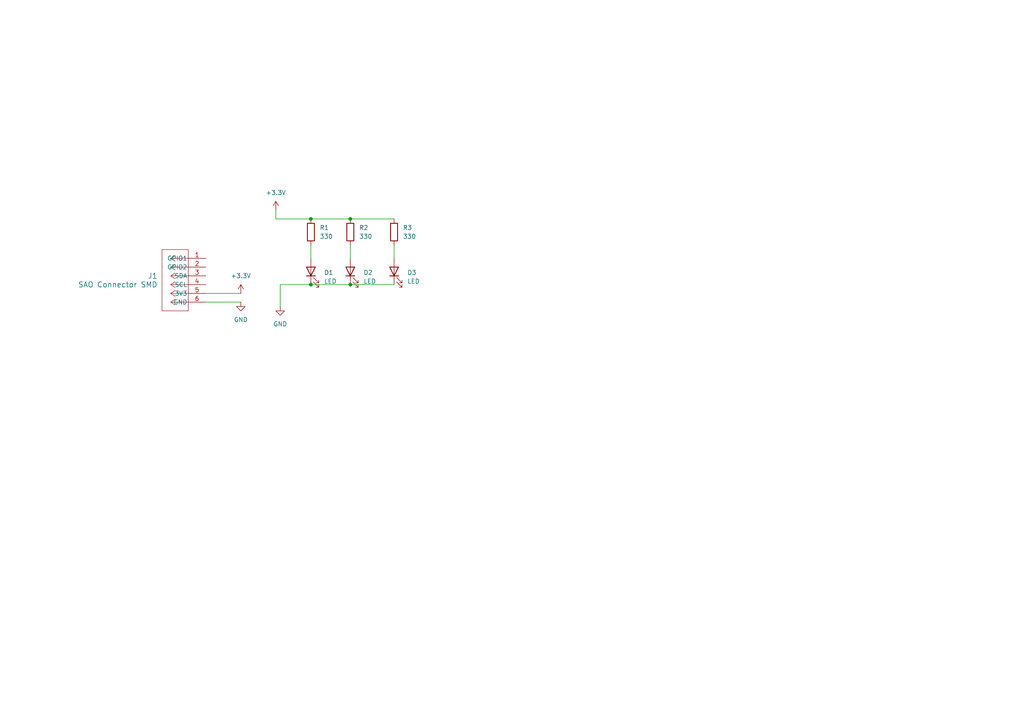
<source format=kicad_sch>
(kicad_sch
	(version 20231120)
	(generator "eeschema")
	(generator_version "8.0")
	(uuid "d5f2a1aa-578a-4ad8-9c0e-4bf4fc341cac")
	(paper "A4")
	(lib_symbols
		(symbol "Device:LED"
			(pin_numbers hide)
			(pin_names
				(offset 1.016) hide)
			(exclude_from_sim no)
			(in_bom yes)
			(on_board yes)
			(property "Reference" "D"
				(at 0 2.54 0)
				(effects
					(font
						(size 1.27 1.27)
					)
				)
			)
			(property "Value" "LED"
				(at 0 -2.54 0)
				(effects
					(font
						(size 1.27 1.27)
					)
				)
			)
			(property "Footprint" ""
				(at 0 0 0)
				(effects
					(font
						(size 1.27 1.27)
					)
					(hide yes)
				)
			)
			(property "Datasheet" "~"
				(at 0 0 0)
				(effects
					(font
						(size 1.27 1.27)
					)
					(hide yes)
				)
			)
			(property "Description" "Light emitting diode"
				(at 0 0 0)
				(effects
					(font
						(size 1.27 1.27)
					)
					(hide yes)
				)
			)
			(property "ki_keywords" "LED diode"
				(at 0 0 0)
				(effects
					(font
						(size 1.27 1.27)
					)
					(hide yes)
				)
			)
			(property "ki_fp_filters" "LED* LED_SMD:* LED_THT:*"
				(at 0 0 0)
				(effects
					(font
						(size 1.27 1.27)
					)
					(hide yes)
				)
			)
			(symbol "LED_0_1"
				(polyline
					(pts
						(xy -1.27 -1.27) (xy -1.27 1.27)
					)
					(stroke
						(width 0.254)
						(type default)
					)
					(fill
						(type none)
					)
				)
				(polyline
					(pts
						(xy -1.27 0) (xy 1.27 0)
					)
					(stroke
						(width 0)
						(type default)
					)
					(fill
						(type none)
					)
				)
				(polyline
					(pts
						(xy 1.27 -1.27) (xy 1.27 1.27) (xy -1.27 0) (xy 1.27 -1.27)
					)
					(stroke
						(width 0.254)
						(type default)
					)
					(fill
						(type none)
					)
				)
				(polyline
					(pts
						(xy -3.048 -0.762) (xy -4.572 -2.286) (xy -3.81 -2.286) (xy -4.572 -2.286) (xy -4.572 -1.524)
					)
					(stroke
						(width 0)
						(type default)
					)
					(fill
						(type none)
					)
				)
				(polyline
					(pts
						(xy -1.778 -0.762) (xy -3.302 -2.286) (xy -2.54 -2.286) (xy -3.302 -2.286) (xy -3.302 -1.524)
					)
					(stroke
						(width 0)
						(type default)
					)
					(fill
						(type none)
					)
				)
			)
			(symbol "LED_1_1"
				(pin passive line
					(at -3.81 0 0)
					(length 2.54)
					(name "K"
						(effects
							(font
								(size 1.27 1.27)
							)
						)
					)
					(number "1"
						(effects
							(font
								(size 1.27 1.27)
							)
						)
					)
				)
				(pin passive line
					(at 3.81 0 180)
					(length 2.54)
					(name "A"
						(effects
							(font
								(size 1.27 1.27)
							)
						)
					)
					(number "2"
						(effects
							(font
								(size 1.27 1.27)
							)
						)
					)
				)
			)
		)
		(symbol "Device:R"
			(pin_numbers hide)
			(pin_names
				(offset 0)
			)
			(exclude_from_sim no)
			(in_bom yes)
			(on_board yes)
			(property "Reference" "R"
				(at 2.032 0 90)
				(effects
					(font
						(size 1.27 1.27)
					)
				)
			)
			(property "Value" "R"
				(at 0 0 90)
				(effects
					(font
						(size 1.27 1.27)
					)
				)
			)
			(property "Footprint" ""
				(at -1.778 0 90)
				(effects
					(font
						(size 1.27 1.27)
					)
					(hide yes)
				)
			)
			(property "Datasheet" "~"
				(at 0 0 0)
				(effects
					(font
						(size 1.27 1.27)
					)
					(hide yes)
				)
			)
			(property "Description" "Resistor"
				(at 0 0 0)
				(effects
					(font
						(size 1.27 1.27)
					)
					(hide yes)
				)
			)
			(property "ki_keywords" "R res resistor"
				(at 0 0 0)
				(effects
					(font
						(size 1.27 1.27)
					)
					(hide yes)
				)
			)
			(property "ki_fp_filters" "R_*"
				(at 0 0 0)
				(effects
					(font
						(size 1.27 1.27)
					)
					(hide yes)
				)
			)
			(symbol "R_0_1"
				(rectangle
					(start -1.016 -2.54)
					(end 1.016 2.54)
					(stroke
						(width 0.254)
						(type default)
					)
					(fill
						(type none)
					)
				)
			)
			(symbol "R_1_1"
				(pin passive line
					(at 0 3.81 270)
					(length 1.27)
					(name "~"
						(effects
							(font
								(size 1.27 1.27)
							)
						)
					)
					(number "1"
						(effects
							(font
								(size 1.27 1.27)
							)
						)
					)
				)
				(pin passive line
					(at 0 -3.81 90)
					(length 1.27)
					(name "~"
						(effects
							(font
								(size 1.27 1.27)
							)
						)
					)
					(number "2"
						(effects
							(font
								(size 1.27 1.27)
							)
						)
					)
				)
			)
		)
		(symbol "SAO Connector SMD:SAO Connector SMD"
			(pin_names
				(offset 0.254)
			)
			(exclude_from_sim no)
			(in_bom yes)
			(on_board yes)
			(property "Reference" "J"
				(at 8.89 6.35 0)
				(effects
					(font
						(size 1.524 1.524)
					)
				)
			)
			(property "Value" "SAO Connector SMD"
				(at 0 0 0)
				(effects
					(font
						(size 1.524 1.524)
					)
				)
			)
			(property "Footprint" "components:SAO Connector SMD"
				(at 0 0 0)
				(effects
					(font
						(size 1.27 1.27)
						(italic yes)
					)
					(hide yes)
				)
			)
			(property "Datasheet" "M20-8760342"
				(at 0 0 0)
				(effects
					(font
						(size 1.27 1.27)
						(italic yes)
					)
					(hide yes)
				)
			)
			(property "Description" ""
				(at 0 0 0)
				(effects
					(font
						(size 1.27 1.27)
					)
					(hide yes)
				)
			)
			(property "ki_keywords" "M20-8760342"
				(at 0 0 0)
				(effects
					(font
						(size 1.27 1.27)
					)
					(hide yes)
				)
			)
			(property "ki_fp_filters" "CONN6_M20-8760342_HRW"
				(at 0 0 0)
				(effects
					(font
						(size 1.27 1.27)
					)
					(hide yes)
				)
			)
			(symbol "SAO Connector SMD_1_1"
				(polyline
					(pts
						(xy 5.08 -15.24) (xy 12.7 -15.24)
					)
					(stroke
						(width 0.127)
						(type default)
					)
					(fill
						(type none)
					)
				)
				(polyline
					(pts
						(xy 5.08 2.54) (xy 5.08 -15.24)
					)
					(stroke
						(width 0.127)
						(type default)
					)
					(fill
						(type none)
					)
				)
				(polyline
					(pts
						(xy 10.16 -12.7) (xy 5.08 -12.7)
					)
					(stroke
						(width 0.127)
						(type default)
					)
					(fill
						(type none)
					)
				)
				(polyline
					(pts
						(xy 10.16 -12.7) (xy 8.89 -13.5467)
					)
					(stroke
						(width 0.127)
						(type default)
					)
					(fill
						(type none)
					)
				)
				(polyline
					(pts
						(xy 10.16 -12.7) (xy 8.89 -11.8533)
					)
					(stroke
						(width 0.127)
						(type default)
					)
					(fill
						(type none)
					)
				)
				(polyline
					(pts
						(xy 10.16 -10.16) (xy 5.08 -10.16)
					)
					(stroke
						(width 0.127)
						(type default)
					)
					(fill
						(type none)
					)
				)
				(polyline
					(pts
						(xy 10.16 -10.16) (xy 8.89 -11.0067)
					)
					(stroke
						(width 0.127)
						(type default)
					)
					(fill
						(type none)
					)
				)
				(polyline
					(pts
						(xy 10.16 -10.16) (xy 8.89 -9.3133)
					)
					(stroke
						(width 0.127)
						(type default)
					)
					(fill
						(type none)
					)
				)
				(polyline
					(pts
						(xy 10.16 -7.62) (xy 5.08 -7.62)
					)
					(stroke
						(width 0.127)
						(type default)
					)
					(fill
						(type none)
					)
				)
				(polyline
					(pts
						(xy 10.16 -7.62) (xy 8.89 -8.4667)
					)
					(stroke
						(width 0.127)
						(type default)
					)
					(fill
						(type none)
					)
				)
				(polyline
					(pts
						(xy 10.16 -7.62) (xy 8.89 -6.7733)
					)
					(stroke
						(width 0.127)
						(type default)
					)
					(fill
						(type none)
					)
				)
				(polyline
					(pts
						(xy 10.16 -5.08) (xy 5.08 -5.08)
					)
					(stroke
						(width 0.127)
						(type default)
					)
					(fill
						(type none)
					)
				)
				(polyline
					(pts
						(xy 10.16 -5.08) (xy 8.89 -5.9267)
					)
					(stroke
						(width 0.127)
						(type default)
					)
					(fill
						(type none)
					)
				)
				(polyline
					(pts
						(xy 10.16 -5.08) (xy 8.89 -4.2333)
					)
					(stroke
						(width 0.127)
						(type default)
					)
					(fill
						(type none)
					)
				)
				(polyline
					(pts
						(xy 10.16 -2.54) (xy 5.08 -2.54)
					)
					(stroke
						(width 0.127)
						(type default)
					)
					(fill
						(type none)
					)
				)
				(polyline
					(pts
						(xy 10.16 -2.54) (xy 8.89 -3.3867)
					)
					(stroke
						(width 0.127)
						(type default)
					)
					(fill
						(type none)
					)
				)
				(polyline
					(pts
						(xy 10.16 -2.54) (xy 8.89 -1.6933)
					)
					(stroke
						(width 0.127)
						(type default)
					)
					(fill
						(type none)
					)
				)
				(polyline
					(pts
						(xy 10.16 0) (xy 5.08 0)
					)
					(stroke
						(width 0.127)
						(type default)
					)
					(fill
						(type none)
					)
				)
				(polyline
					(pts
						(xy 10.16 0) (xy 8.89 -0.8467)
					)
					(stroke
						(width 0.127)
						(type default)
					)
					(fill
						(type none)
					)
				)
				(polyline
					(pts
						(xy 10.16 0) (xy 8.89 0.8467)
					)
					(stroke
						(width 0.127)
						(type default)
					)
					(fill
						(type none)
					)
				)
				(polyline
					(pts
						(xy 12.7 -15.24) (xy 12.7 2.54)
					)
					(stroke
						(width 0.127)
						(type default)
					)
					(fill
						(type none)
					)
				)
				(polyline
					(pts
						(xy 12.7 2.54) (xy 5.08 2.54)
					)
					(stroke
						(width 0.127)
						(type default)
					)
					(fill
						(type none)
					)
				)
				(pin unspecified line
					(at 0 0 0)
					(length 5.08)
					(name "GPIO1"
						(effects
							(font
								(size 1.27 1.27)
							)
						)
					)
					(number "1"
						(effects
							(font
								(size 1.27 1.27)
							)
						)
					)
				)
				(pin unspecified line
					(at 0 -2.54 0)
					(length 5.08)
					(name "GPIO2"
						(effects
							(font
								(size 1.27 1.27)
							)
						)
					)
					(number "2"
						(effects
							(font
								(size 1.27 1.27)
							)
						)
					)
				)
				(pin unspecified line
					(at 0 -5.08 0)
					(length 5.08)
					(name "SDA"
						(effects
							(font
								(size 1.27 1.27)
							)
						)
					)
					(number "3"
						(effects
							(font
								(size 1.27 1.27)
							)
						)
					)
				)
				(pin unspecified line
					(at 0 -7.62 0)
					(length 5.08)
					(name "SCL"
						(effects
							(font
								(size 1.27 1.27)
							)
						)
					)
					(number "4"
						(effects
							(font
								(size 1.27 1.27)
							)
						)
					)
				)
				(pin unspecified line
					(at 0 -10.16 0)
					(length 5.08)
					(name "3V3"
						(effects
							(font
								(size 1.27 1.27)
							)
						)
					)
					(number "5"
						(effects
							(font
								(size 1.27 1.27)
							)
						)
					)
				)
				(pin unspecified line
					(at 0 -12.7 0)
					(length 5.08)
					(name "GND"
						(effects
							(font
								(size 1.27 1.27)
							)
						)
					)
					(number "6"
						(effects
							(font
								(size 1.27 1.27)
							)
						)
					)
				)
			)
			(symbol "SAO Connector SMD_1_2"
				(polyline
					(pts
						(xy 5.08 -15.24) (xy 12.7 -15.24)
					)
					(stroke
						(width 0.127)
						(type default)
					)
					(fill
						(type none)
					)
				)
				(polyline
					(pts
						(xy 5.08 2.54) (xy 5.08 -15.24)
					)
					(stroke
						(width 0.127)
						(type default)
					)
					(fill
						(type none)
					)
				)
				(polyline
					(pts
						(xy 7.62 -12.7) (xy 5.08 -12.7)
					)
					(stroke
						(width 0.127)
						(type default)
					)
					(fill
						(type none)
					)
				)
				(polyline
					(pts
						(xy 7.62 -12.7) (xy 8.89 -13.5467)
					)
					(stroke
						(width 0.127)
						(type default)
					)
					(fill
						(type none)
					)
				)
				(polyline
					(pts
						(xy 7.62 -12.7) (xy 8.89 -11.8533)
					)
					(stroke
						(width 0.127)
						(type default)
					)
					(fill
						(type none)
					)
				)
				(polyline
					(pts
						(xy 7.62 -10.16) (xy 5.08 -10.16)
					)
					(stroke
						(width 0.127)
						(type default)
					)
					(fill
						(type none)
					)
				)
				(polyline
					(pts
						(xy 7.62 -10.16) (xy 8.89 -11.0067)
					)
					(stroke
						(width 0.127)
						(type default)
					)
					(fill
						(type none)
					)
				)
				(polyline
					(pts
						(xy 7.62 -10.16) (xy 8.89 -9.3133)
					)
					(stroke
						(width 0.127)
						(type default)
					)
					(fill
						(type none)
					)
				)
				(polyline
					(pts
						(xy 7.62 -7.62) (xy 5.08 -7.62)
					)
					(stroke
						(width 0.127)
						(type default)
					)
					(fill
						(type none)
					)
				)
				(polyline
					(pts
						(xy 7.62 -7.62) (xy 8.89 -8.4667)
					)
					(stroke
						(width 0.127)
						(type default)
					)
					(fill
						(type none)
					)
				)
				(polyline
					(pts
						(xy 7.62 -7.62) (xy 8.89 -6.7733)
					)
					(stroke
						(width 0.127)
						(type default)
					)
					(fill
						(type none)
					)
				)
				(polyline
					(pts
						(xy 7.62 -5.08) (xy 5.08 -5.08)
					)
					(stroke
						(width 0.127)
						(type default)
					)
					(fill
						(type none)
					)
				)
				(polyline
					(pts
						(xy 7.62 -5.08) (xy 8.89 -5.9267)
					)
					(stroke
						(width 0.127)
						(type default)
					)
					(fill
						(type none)
					)
				)
				(polyline
					(pts
						(xy 7.62 -5.08) (xy 8.89 -4.2333)
					)
					(stroke
						(width 0.127)
						(type default)
					)
					(fill
						(type none)
					)
				)
				(polyline
					(pts
						(xy 7.62 -2.54) (xy 5.08 -2.54)
					)
					(stroke
						(width 0.127)
						(type default)
					)
					(fill
						(type none)
					)
				)
				(polyline
					(pts
						(xy 7.62 -2.54) (xy 8.89 -3.3867)
					)
					(stroke
						(width 0.127)
						(type default)
					)
					(fill
						(type none)
					)
				)
				(polyline
					(pts
						(xy 7.62 -2.54) (xy 8.89 -1.6933)
					)
					(stroke
						(width 0.127)
						(type default)
					)
					(fill
						(type none)
					)
				)
				(polyline
					(pts
						(xy 7.62 0) (xy 5.08 0)
					)
					(stroke
						(width 0.127)
						(type default)
					)
					(fill
						(type none)
					)
				)
				(polyline
					(pts
						(xy 7.62 0) (xy 8.89 -0.8467)
					)
					(stroke
						(width 0.127)
						(type default)
					)
					(fill
						(type none)
					)
				)
				(polyline
					(pts
						(xy 7.62 0) (xy 8.89 0.8467)
					)
					(stroke
						(width 0.127)
						(type default)
					)
					(fill
						(type none)
					)
				)
				(polyline
					(pts
						(xy 12.7 -15.24) (xy 12.7 2.54)
					)
					(stroke
						(width 0.127)
						(type default)
					)
					(fill
						(type none)
					)
				)
				(polyline
					(pts
						(xy 12.7 2.54) (xy 5.08 2.54)
					)
					(stroke
						(width 0.127)
						(type default)
					)
					(fill
						(type none)
					)
				)
				(pin unspecified line
					(at 0 0 0)
					(length 5.08)
					(name "1"
						(effects
							(font
								(size 1.27 1.27)
							)
						)
					)
					(number "1"
						(effects
							(font
								(size 1.27 1.27)
							)
						)
					)
				)
				(pin unspecified line
					(at 0 -2.54 0)
					(length 5.08)
					(name "2"
						(effects
							(font
								(size 1.27 1.27)
							)
						)
					)
					(number "2"
						(effects
							(font
								(size 1.27 1.27)
							)
						)
					)
				)
				(pin unspecified line
					(at 0 -5.08 0)
					(length 5.08)
					(name "3"
						(effects
							(font
								(size 1.27 1.27)
							)
						)
					)
					(number "3"
						(effects
							(font
								(size 1.27 1.27)
							)
						)
					)
				)
				(pin unspecified line
					(at 0 -7.62 0)
					(length 5.08)
					(name "4"
						(effects
							(font
								(size 1.27 1.27)
							)
						)
					)
					(number "4"
						(effects
							(font
								(size 1.27 1.27)
							)
						)
					)
				)
				(pin unspecified line
					(at 0 -10.16 0)
					(length 5.08)
					(name "5"
						(effects
							(font
								(size 1.27 1.27)
							)
						)
					)
					(number "5"
						(effects
							(font
								(size 1.27 1.27)
							)
						)
					)
				)
				(pin unspecified line
					(at 0 -12.7 0)
					(length 5.08)
					(name "6"
						(effects
							(font
								(size 1.27 1.27)
							)
						)
					)
					(number "6"
						(effects
							(font
								(size 1.27 1.27)
							)
						)
					)
				)
			)
		)
		(symbol "power:+3.3V"
			(power)
			(pin_numbers hide)
			(pin_names
				(offset 0) hide)
			(exclude_from_sim no)
			(in_bom yes)
			(on_board yes)
			(property "Reference" "#PWR"
				(at 0 -3.81 0)
				(effects
					(font
						(size 1.27 1.27)
					)
					(hide yes)
				)
			)
			(property "Value" "+3.3V"
				(at 0 3.556 0)
				(effects
					(font
						(size 1.27 1.27)
					)
				)
			)
			(property "Footprint" ""
				(at 0 0 0)
				(effects
					(font
						(size 1.27 1.27)
					)
					(hide yes)
				)
			)
			(property "Datasheet" ""
				(at 0 0 0)
				(effects
					(font
						(size 1.27 1.27)
					)
					(hide yes)
				)
			)
			(property "Description" "Power symbol creates a global label with name \"+3.3V\""
				(at 0 0 0)
				(effects
					(font
						(size 1.27 1.27)
					)
					(hide yes)
				)
			)
			(property "ki_keywords" "global power"
				(at 0 0 0)
				(effects
					(font
						(size 1.27 1.27)
					)
					(hide yes)
				)
			)
			(symbol "+3.3V_0_1"
				(polyline
					(pts
						(xy -0.762 1.27) (xy 0 2.54)
					)
					(stroke
						(width 0)
						(type default)
					)
					(fill
						(type none)
					)
				)
				(polyline
					(pts
						(xy 0 0) (xy 0 2.54)
					)
					(stroke
						(width 0)
						(type default)
					)
					(fill
						(type none)
					)
				)
				(polyline
					(pts
						(xy 0 2.54) (xy 0.762 1.27)
					)
					(stroke
						(width 0)
						(type default)
					)
					(fill
						(type none)
					)
				)
			)
			(symbol "+3.3V_1_1"
				(pin power_in line
					(at 0 0 90)
					(length 0)
					(name "~"
						(effects
							(font
								(size 1.27 1.27)
							)
						)
					)
					(number "1"
						(effects
							(font
								(size 1.27 1.27)
							)
						)
					)
				)
			)
		)
		(symbol "power:GND"
			(power)
			(pin_numbers hide)
			(pin_names
				(offset 0) hide)
			(exclude_from_sim no)
			(in_bom yes)
			(on_board yes)
			(property "Reference" "#PWR"
				(at 0 -6.35 0)
				(effects
					(font
						(size 1.27 1.27)
					)
					(hide yes)
				)
			)
			(property "Value" "GND"
				(at 0 -3.81 0)
				(effects
					(font
						(size 1.27 1.27)
					)
				)
			)
			(property "Footprint" ""
				(at 0 0 0)
				(effects
					(font
						(size 1.27 1.27)
					)
					(hide yes)
				)
			)
			(property "Datasheet" ""
				(at 0 0 0)
				(effects
					(font
						(size 1.27 1.27)
					)
					(hide yes)
				)
			)
			(property "Description" "Power symbol creates a global label with name \"GND\" , ground"
				(at 0 0 0)
				(effects
					(font
						(size 1.27 1.27)
					)
					(hide yes)
				)
			)
			(property "ki_keywords" "global power"
				(at 0 0 0)
				(effects
					(font
						(size 1.27 1.27)
					)
					(hide yes)
				)
			)
			(symbol "GND_0_1"
				(polyline
					(pts
						(xy 0 0) (xy 0 -1.27) (xy 1.27 -1.27) (xy 0 -2.54) (xy -1.27 -1.27) (xy 0 -1.27)
					)
					(stroke
						(width 0)
						(type default)
					)
					(fill
						(type none)
					)
				)
			)
			(symbol "GND_1_1"
				(pin power_in line
					(at 0 0 270)
					(length 0)
					(name "~"
						(effects
							(font
								(size 1.27 1.27)
							)
						)
					)
					(number "1"
						(effects
							(font
								(size 1.27 1.27)
							)
						)
					)
				)
			)
		)
	)
	(junction
		(at 90.17 82.55)
		(diameter 0)
		(color 0 0 0 0)
		(uuid "57c65dd3-11a6-404d-ab56-42b7096c6142")
	)
	(junction
		(at 101.6 63.5)
		(diameter 0)
		(color 0 0 0 0)
		(uuid "6a7abdbc-ac2a-48fd-9a9c-407498b354fe")
	)
	(junction
		(at 90.17 63.5)
		(diameter 0)
		(color 0 0 0 0)
		(uuid "a08ab826-4d0b-4317-9cc3-f3e2eded6994")
	)
	(junction
		(at 101.6 82.55)
		(diameter 0)
		(color 0 0 0 0)
		(uuid "a0ab09b3-04bc-4305-b330-958ddb5f4a16")
	)
	(wire
		(pts
			(xy 101.6 71.12) (xy 101.6 74.93)
		)
		(stroke
			(width 0)
			(type default)
		)
		(uuid "01cd4b76-c66e-4201-b5a9-4f0d9545d5ac")
	)
	(wire
		(pts
			(xy 59.69 85.09) (xy 69.85 85.09)
		)
		(stroke
			(width 0)
			(type default)
		)
		(uuid "064ea619-c34b-49cf-b7eb-860d29b8c2b7")
	)
	(wire
		(pts
			(xy 90.17 82.55) (xy 101.6 82.55)
		)
		(stroke
			(width 0)
			(type default)
		)
		(uuid "0e3d79e9-49bf-4856-b41f-6604e94cbc97")
	)
	(wire
		(pts
			(xy 80.01 63.5) (xy 90.17 63.5)
		)
		(stroke
			(width 0)
			(type default)
		)
		(uuid "0eaf4a13-fa22-4c6f-babf-b89a4811e7b1")
	)
	(wire
		(pts
			(xy 81.28 82.55) (xy 90.17 82.55)
		)
		(stroke
			(width 0)
			(type default)
		)
		(uuid "2d29edfd-3cd6-4957-9a0f-3a0e995121c5")
	)
	(wire
		(pts
			(xy 81.28 88.9) (xy 81.28 82.55)
		)
		(stroke
			(width 0)
			(type default)
		)
		(uuid "33bc9cc5-7525-415a-87be-a0bf8145996e")
	)
	(wire
		(pts
			(xy 90.17 63.5) (xy 101.6 63.5)
		)
		(stroke
			(width 0)
			(type default)
		)
		(uuid "6d27deef-7c3e-4b50-9f83-435129aaaafd")
	)
	(wire
		(pts
			(xy 80.01 60.96) (xy 80.01 63.5)
		)
		(stroke
			(width 0)
			(type default)
		)
		(uuid "98a354ad-bc20-4713-9351-bc2c181e5fe4")
	)
	(wire
		(pts
			(xy 59.69 87.63) (xy 69.85 87.63)
		)
		(stroke
			(width 0)
			(type default)
		)
		(uuid "9d9cd78e-e936-4fbf-b169-d4e6b2094de8")
	)
	(wire
		(pts
			(xy 90.17 71.12) (xy 90.17 74.93)
		)
		(stroke
			(width 0)
			(type default)
		)
		(uuid "bf570b47-5253-491e-be3c-411e9f1d351c")
	)
	(wire
		(pts
			(xy 101.6 63.5) (xy 114.3 63.5)
		)
		(stroke
			(width 0)
			(type default)
		)
		(uuid "c62ee230-54a5-4cb5-8da4-5d42077c7ef6")
	)
	(wire
		(pts
			(xy 101.6 82.55) (xy 114.3 82.55)
		)
		(stroke
			(width 0)
			(type default)
		)
		(uuid "dc04efe6-41ca-49ba-819f-1d68ff3b474b")
	)
	(wire
		(pts
			(xy 114.3 71.12) (xy 114.3 74.93)
		)
		(stroke
			(width 0)
			(type default)
		)
		(uuid "fcb8c0b8-d9cf-441b-8cb1-93634b0efd44")
	)
	(symbol
		(lib_id "SAO Connector SMD:SAO Connector SMD")
		(at 59.69 74.93 0)
		(mirror y)
		(unit 1)
		(exclude_from_sim no)
		(in_bom yes)
		(on_board yes)
		(dnp no)
		(uuid "38ebb079-aa22-4111-b680-b0105395bd4f")
		(property "Reference" "J1"
			(at 45.72 80.0099 0)
			(effects
				(font
					(size 1.524 1.524)
				)
				(justify left)
			)
		)
		(property "Value" "SAO Connector SMD"
			(at 45.72 82.5499 0)
			(effects
				(font
					(size 1.524 1.524)
				)
				(justify left)
			)
		)
		(property "Footprint" "footprints:SAO Connector SMD"
			(at 59.69 74.93 0)
			(effects
				(font
					(size 1.27 1.27)
					(italic yes)
				)
				(hide yes)
			)
		)
		(property "Datasheet" "M20-8760342"
			(at 59.69 74.93 0)
			(effects
				(font
					(size 1.27 1.27)
					(italic yes)
				)
				(hide yes)
			)
		)
		(property "Description" ""
			(at 59.69 74.93 0)
			(effects
				(font
					(size 1.27 1.27)
				)
				(hide yes)
			)
		)
		(pin "5"
			(uuid "847accad-19ea-49fa-86e7-bbb58db7c7b6")
		)
		(pin "4"
			(uuid "9b2341c1-601a-498e-a087-cf415013c751")
		)
		(pin "2"
			(uuid "e4d64f32-34b8-46b9-a774-ff6e94e52abe")
		)
		(pin "1"
			(uuid "ab1478a2-ab63-4434-93ea-c50fa3e6651f")
		)
		(pin "3"
			(uuid "58a8fa69-d397-48c2-835f-b1f327c2b231")
		)
		(pin "6"
			(uuid "6ccd6647-02e7-4eaa-a709-c2c3fd49f524")
		)
		(instances
			(project ""
				(path "/d5f2a1aa-578a-4ad8-9c0e-4bf4fc341cac"
					(reference "J1")
					(unit 1)
				)
			)
		)
	)
	(symbol
		(lib_id "Device:LED")
		(at 90.17 78.74 90)
		(unit 1)
		(exclude_from_sim no)
		(in_bom yes)
		(on_board yes)
		(dnp no)
		(fields_autoplaced yes)
		(uuid "4868d45b-94d2-4dcf-9a14-bdb9274920de")
		(property "Reference" "D1"
			(at 93.98 79.0574 90)
			(effects
				(font
					(size 1.27 1.27)
				)
				(justify right)
			)
		)
		(property "Value" "LED"
			(at 93.98 81.5974 90)
			(effects
				(font
					(size 1.27 1.27)
				)
				(justify right)
			)
		)
		(property "Footprint" "LED_SMD:LED_1206_3216Metric_Pad1.42x1.75mm_HandSolder"
			(at 90.17 78.74 0)
			(effects
				(font
					(size 1.27 1.27)
				)
				(hide yes)
			)
		)
		(property "Datasheet" "~"
			(at 90.17 78.74 0)
			(effects
				(font
					(size 1.27 1.27)
				)
				(hide yes)
			)
		)
		(property "Description" "Light emitting diode"
			(at 90.17 78.74 0)
			(effects
				(font
					(size 1.27 1.27)
				)
				(hide yes)
			)
		)
		(pin "1"
			(uuid "f0c12c19-cf99-44ca-accd-9f4628fe26ea")
		)
		(pin "2"
			(uuid "2a876078-98d9-4733-9c5d-e0247e6b22ef")
		)
		(instances
			(project ""
				(path "/d5f2a1aa-578a-4ad8-9c0e-4bf4fc341cac"
					(reference "D1")
					(unit 1)
				)
			)
		)
	)
	(symbol
		(lib_id "power:GND")
		(at 69.85 87.63 0)
		(unit 1)
		(exclude_from_sim no)
		(in_bom yes)
		(on_board yes)
		(dnp no)
		(fields_autoplaced yes)
		(uuid "49a8774a-40b8-4537-8dac-9bd0bc165777")
		(property "Reference" "#PWR01"
			(at 69.85 93.98 0)
			(effects
				(font
					(size 1.27 1.27)
				)
				(hide yes)
			)
		)
		(property "Value" "GND"
			(at 69.85 92.71 0)
			(effects
				(font
					(size 1.27 1.27)
				)
			)
		)
		(property "Footprint" ""
			(at 69.85 87.63 0)
			(effects
				(font
					(size 1.27 1.27)
				)
				(hide yes)
			)
		)
		(property "Datasheet" ""
			(at 69.85 87.63 0)
			(effects
				(font
					(size 1.27 1.27)
				)
				(hide yes)
			)
		)
		(property "Description" "Power symbol creates a global label with name \"GND\" , ground"
			(at 69.85 87.63 0)
			(effects
				(font
					(size 1.27 1.27)
				)
				(hide yes)
			)
		)
		(pin "1"
			(uuid "859d17bc-636f-4a90-b23f-15f17159c252")
		)
		(instances
			(project ""
				(path "/d5f2a1aa-578a-4ad8-9c0e-4bf4fc341cac"
					(reference "#PWR01")
					(unit 1)
				)
			)
		)
	)
	(symbol
		(lib_id "power:+3.3V")
		(at 80.01 60.96 0)
		(unit 1)
		(exclude_from_sim no)
		(in_bom yes)
		(on_board yes)
		(dnp no)
		(fields_autoplaced yes)
		(uuid "6dacc9f4-24dc-4935-88ff-08c47adaf9c3")
		(property "Reference" "#PWR03"
			(at 80.01 64.77 0)
			(effects
				(font
					(size 1.27 1.27)
				)
				(hide yes)
			)
		)
		(property "Value" "+3.3V"
			(at 80.01 55.88 0)
			(effects
				(font
					(size 1.27 1.27)
				)
			)
		)
		(property "Footprint" ""
			(at 80.01 60.96 0)
			(effects
				(font
					(size 1.27 1.27)
				)
				(hide yes)
			)
		)
		(property "Datasheet" ""
			(at 80.01 60.96 0)
			(effects
				(font
					(size 1.27 1.27)
				)
				(hide yes)
			)
		)
		(property "Description" "Power symbol creates a global label with name \"+3.3V\""
			(at 80.01 60.96 0)
			(effects
				(font
					(size 1.27 1.27)
				)
				(hide yes)
			)
		)
		(pin "1"
			(uuid "d043e2e9-fa4a-49e4-9fc4-763aef4d2625")
		)
		(instances
			(project "Sao_Diamond"
				(path "/d5f2a1aa-578a-4ad8-9c0e-4bf4fc341cac"
					(reference "#PWR03")
					(unit 1)
				)
			)
		)
	)
	(symbol
		(lib_id "Device:R")
		(at 101.6 67.31 0)
		(unit 1)
		(exclude_from_sim no)
		(in_bom yes)
		(on_board yes)
		(dnp no)
		(fields_autoplaced yes)
		(uuid "787d6f5b-07a7-4ae1-b68b-6944b63bd2b2")
		(property "Reference" "R2"
			(at 104.14 66.0399 0)
			(effects
				(font
					(size 1.27 1.27)
				)
				(justify left)
			)
		)
		(property "Value" "330"
			(at 104.14 68.5799 0)
			(effects
				(font
					(size 1.27 1.27)
				)
				(justify left)
			)
		)
		(property "Footprint" "Resistor_SMD:R_1206_3216Metric_Pad1.30x1.75mm_HandSolder"
			(at 99.822 67.31 90)
			(effects
				(font
					(size 1.27 1.27)
				)
				(hide yes)
			)
		)
		(property "Datasheet" "~"
			(at 101.6 67.31 0)
			(effects
				(font
					(size 1.27 1.27)
				)
				(hide yes)
			)
		)
		(property "Description" "Resistor"
			(at 101.6 67.31 0)
			(effects
				(font
					(size 1.27 1.27)
				)
				(hide yes)
			)
		)
		(pin "2"
			(uuid "2f974ad5-eccf-4f94-9e87-4cae70bdba90")
		)
		(pin "1"
			(uuid "4444f366-239e-4c1b-a5b3-cae21d5079d4")
		)
		(instances
			(project "Sao_Diamond"
				(path "/d5f2a1aa-578a-4ad8-9c0e-4bf4fc341cac"
					(reference "R2")
					(unit 1)
				)
			)
		)
	)
	(symbol
		(lib_id "Device:LED")
		(at 114.3 78.74 90)
		(unit 1)
		(exclude_from_sim no)
		(in_bom yes)
		(on_board yes)
		(dnp no)
		(fields_autoplaced yes)
		(uuid "9567fb9a-985c-4a8b-8e3a-52f0a6868ebe")
		(property "Reference" "D3"
			(at 118.11 79.0574 90)
			(effects
				(font
					(size 1.27 1.27)
				)
				(justify right)
			)
		)
		(property "Value" "LED"
			(at 118.11 81.5974 90)
			(effects
				(font
					(size 1.27 1.27)
				)
				(justify right)
			)
		)
		(property "Footprint" "LED_SMD:LED_1206_3216Metric_Pad1.42x1.75mm_HandSolder"
			(at 114.3 78.74 0)
			(effects
				(font
					(size 1.27 1.27)
				)
				(hide yes)
			)
		)
		(property "Datasheet" "~"
			(at 114.3 78.74 0)
			(effects
				(font
					(size 1.27 1.27)
				)
				(hide yes)
			)
		)
		(property "Description" "Light emitting diode"
			(at 114.3 78.74 0)
			(effects
				(font
					(size 1.27 1.27)
				)
				(hide yes)
			)
		)
		(pin "1"
			(uuid "6055912c-8dd3-48e4-832d-875376235510")
		)
		(pin "2"
			(uuid "3f46ada8-4e47-4603-9da8-bbb612b84575")
		)
		(instances
			(project "Sao_CashBag"
				(path "/d5f2a1aa-578a-4ad8-9c0e-4bf4fc341cac"
					(reference "D3")
					(unit 1)
				)
			)
		)
	)
	(symbol
		(lib_id "Device:R")
		(at 114.3 67.31 0)
		(unit 1)
		(exclude_from_sim no)
		(in_bom yes)
		(on_board yes)
		(dnp no)
		(fields_autoplaced yes)
		(uuid "95735918-2c6e-465a-a951-e188d2adfe94")
		(property "Reference" "R3"
			(at 116.84 66.0399 0)
			(effects
				(font
					(size 1.27 1.27)
				)
				(justify left)
			)
		)
		(property "Value" "330"
			(at 116.84 68.5799 0)
			(effects
				(font
					(size 1.27 1.27)
				)
				(justify left)
			)
		)
		(property "Footprint" "Resistor_SMD:R_1206_3216Metric_Pad1.30x1.75mm_HandSolder"
			(at 112.522 67.31 90)
			(effects
				(font
					(size 1.27 1.27)
				)
				(hide yes)
			)
		)
		(property "Datasheet" "~"
			(at 114.3 67.31 0)
			(effects
				(font
					(size 1.27 1.27)
				)
				(hide yes)
			)
		)
		(property "Description" "Resistor"
			(at 114.3 67.31 0)
			(effects
				(font
					(size 1.27 1.27)
				)
				(hide yes)
			)
		)
		(pin "2"
			(uuid "5d4fbaff-3164-46f8-b9c9-9a5b7fdbd376")
		)
		(pin "1"
			(uuid "887fa52b-1f59-4946-a97c-76b8b3eafb33")
		)
		(instances
			(project "Sao_CashBag"
				(path "/d5f2a1aa-578a-4ad8-9c0e-4bf4fc341cac"
					(reference "R3")
					(unit 1)
				)
			)
		)
	)
	(symbol
		(lib_id "Device:LED")
		(at 101.6 78.74 90)
		(unit 1)
		(exclude_from_sim no)
		(in_bom yes)
		(on_board yes)
		(dnp no)
		(fields_autoplaced yes)
		(uuid "bb59de3d-0e16-46bd-83ed-6d5f9c7edc32")
		(property "Reference" "D2"
			(at 105.41 79.0574 90)
			(effects
				(font
					(size 1.27 1.27)
				)
				(justify right)
			)
		)
		(property "Value" "LED"
			(at 105.41 81.5974 90)
			(effects
				(font
					(size 1.27 1.27)
				)
				(justify right)
			)
		)
		(property "Footprint" "LED_SMD:LED_1206_3216Metric_Pad1.42x1.75mm_HandSolder"
			(at 101.6 78.74 0)
			(effects
				(font
					(size 1.27 1.27)
				)
				(hide yes)
			)
		)
		(property "Datasheet" "~"
			(at 101.6 78.74 0)
			(effects
				(font
					(size 1.27 1.27)
				)
				(hide yes)
			)
		)
		(property "Description" "Light emitting diode"
			(at 101.6 78.74 0)
			(effects
				(font
					(size 1.27 1.27)
				)
				(hide yes)
			)
		)
		(pin "1"
			(uuid "330b8873-6927-4310-ae64-40c0a2984ff6")
		)
		(pin "2"
			(uuid "40903869-a746-45cb-a33b-0f28d209c9f3")
		)
		(instances
			(project "Sao_Diamond"
				(path "/d5f2a1aa-578a-4ad8-9c0e-4bf4fc341cac"
					(reference "D2")
					(unit 1)
				)
			)
		)
	)
	(symbol
		(lib_id "power:GND")
		(at 81.28 88.9 0)
		(unit 1)
		(exclude_from_sim no)
		(in_bom yes)
		(on_board yes)
		(dnp no)
		(fields_autoplaced yes)
		(uuid "e34af459-a51d-4946-bf8c-35a913c21b2e")
		(property "Reference" "#PWR04"
			(at 81.28 95.25 0)
			(effects
				(font
					(size 1.27 1.27)
				)
				(hide yes)
			)
		)
		(property "Value" "GND"
			(at 81.28 93.98 0)
			(effects
				(font
					(size 1.27 1.27)
				)
			)
		)
		(property "Footprint" ""
			(at 81.28 88.9 0)
			(effects
				(font
					(size 1.27 1.27)
				)
				(hide yes)
			)
		)
		(property "Datasheet" ""
			(at 81.28 88.9 0)
			(effects
				(font
					(size 1.27 1.27)
				)
				(hide yes)
			)
		)
		(property "Description" "Power symbol creates a global label with name \"GND\" , ground"
			(at 81.28 88.9 0)
			(effects
				(font
					(size 1.27 1.27)
				)
				(hide yes)
			)
		)
		(pin "1"
			(uuid "a3c5e7a3-bf9c-4eb7-baf7-934fd9bc369f")
		)
		(instances
			(project "Sao_Diamond"
				(path "/d5f2a1aa-578a-4ad8-9c0e-4bf4fc341cac"
					(reference "#PWR04")
					(unit 1)
				)
			)
		)
	)
	(symbol
		(lib_id "power:+3.3V")
		(at 69.85 85.09 0)
		(unit 1)
		(exclude_from_sim no)
		(in_bom yes)
		(on_board yes)
		(dnp no)
		(fields_autoplaced yes)
		(uuid "e5995faf-6ba2-497d-b02f-31c8ec85153c")
		(property "Reference" "#PWR02"
			(at 69.85 88.9 0)
			(effects
				(font
					(size 1.27 1.27)
				)
				(hide yes)
			)
		)
		(property "Value" "+3.3V"
			(at 69.85 80.01 0)
			(effects
				(font
					(size 1.27 1.27)
				)
			)
		)
		(property "Footprint" ""
			(at 69.85 85.09 0)
			(effects
				(font
					(size 1.27 1.27)
				)
				(hide yes)
			)
		)
		(property "Datasheet" ""
			(at 69.85 85.09 0)
			(effects
				(font
					(size 1.27 1.27)
				)
				(hide yes)
			)
		)
		(property "Description" "Power symbol creates a global label with name \"+3.3V\""
			(at 69.85 85.09 0)
			(effects
				(font
					(size 1.27 1.27)
				)
				(hide yes)
			)
		)
		(pin "1"
			(uuid "5232a6f9-bd2d-4956-a0b2-fefc068f7967")
		)
		(instances
			(project ""
				(path "/d5f2a1aa-578a-4ad8-9c0e-4bf4fc341cac"
					(reference "#PWR02")
					(unit 1)
				)
			)
		)
	)
	(symbol
		(lib_id "Device:R")
		(at 90.17 67.31 0)
		(unit 1)
		(exclude_from_sim no)
		(in_bom yes)
		(on_board yes)
		(dnp no)
		(fields_autoplaced yes)
		(uuid "f4949c99-093d-4564-b2b3-85a523d432b4")
		(property "Reference" "R1"
			(at 92.71 66.0399 0)
			(effects
				(font
					(size 1.27 1.27)
				)
				(justify left)
			)
		)
		(property "Value" "330"
			(at 92.71 68.5799 0)
			(effects
				(font
					(size 1.27 1.27)
				)
				(justify left)
			)
		)
		(property "Footprint" "Resistor_SMD:R_1206_3216Metric_Pad1.30x1.75mm_HandSolder"
			(at 88.392 67.31 90)
			(effects
				(font
					(size 1.27 1.27)
				)
				(hide yes)
			)
		)
		(property "Datasheet" "~"
			(at 90.17 67.31 0)
			(effects
				(font
					(size 1.27 1.27)
				)
				(hide yes)
			)
		)
		(property "Description" "Resistor"
			(at 90.17 67.31 0)
			(effects
				(font
					(size 1.27 1.27)
				)
				(hide yes)
			)
		)
		(pin "2"
			(uuid "9c63119b-a610-4d83-92b6-3a6cad8c3e04")
		)
		(pin "1"
			(uuid "e58ee6d3-b010-4891-b4be-6298db3fb382")
		)
		(instances
			(project ""
				(path "/d5f2a1aa-578a-4ad8-9c0e-4bf4fc341cac"
					(reference "R1")
					(unit 1)
				)
			)
		)
	)
	(sheet_instances
		(path "/"
			(page "1")
		)
	)
)

</source>
